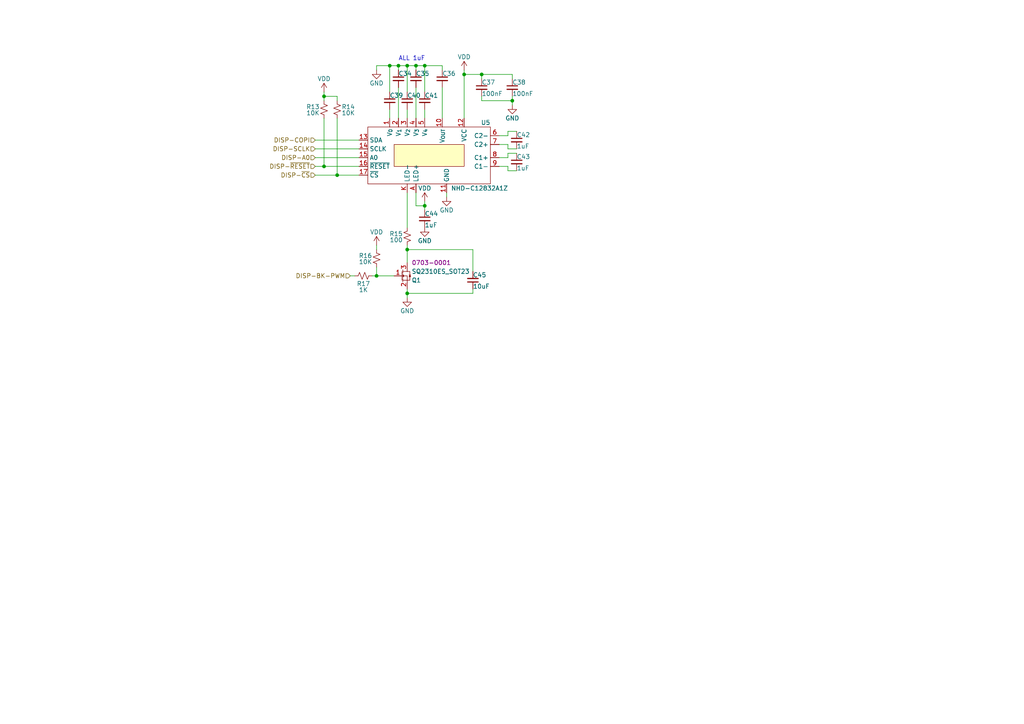
<source format=kicad_sch>
(kicad_sch (version 20230121) (generator eeschema)

  (uuid 20000b9b-92da-4263-a87a-2972e4486b2e)

  (paper "A4")

  (title_block
    (title "EasyBake Reflow Oven")
    (rev "6")
    (company "Daxxn Industries")
  )

  (lib_symbols
    (symbol "Daxxn_Displays:NHD-C12832A1Z" (in_bom yes) (on_board yes)
      (property "Reference" "U" (at 12.7 8.89 0)
        (effects (font (size 1.27 1.27)) (justify left))
      )
      (property "Value" "NHD-C12832A1Z" (at 12.7 11.43 0)
        (effects (font (size 1.27 1.27)) (justify left))
      )
      (property "Footprint" "Daxxn_Displays:NHD-C12832A1Z" (at 0 24.13 0)
        (effects (font (size 1.27 1.27)) hide)
      )
      (property "Datasheet" "C:\\Users\\Daxxn\\Documents\\Electrical\\Datasheets\\NHD-C12832A1Z.pdf" (at 0 21.59 0)
        (effects (font (size 1.27 1.27)) hide)
      )
      (property "Power" "30" (at 0 26.67 0)
        (effects (font (size 1.27 1.27)) hide)
      )
      (property "ki_keywords" "display lcd 3in" (at 0 0 0)
        (effects (font (size 1.27 1.27)) hide)
      )
      (property "ki_description" "3in LCD Dot-Matrix Display" (at 0 0 0)
        (effects (font (size 1.27 1.27)) hide)
      )
      (symbol "NHD-C12832A1Z_0_0"
        (pin power_out line (at -11.43 10.16 270) (length 2.54)
          (name "V_{0}" (effects (font (size 1.27 1.27))))
          (number "1" (effects (font (size 1.27 1.27))))
        )
        (pin power_out line (at 3.81 10.16 270) (length 2.54)
          (name "V_{OUT}" (effects (font (size 1.27 1.27))))
          (number "10" (effects (font (size 1.27 1.27))))
        )
        (pin power_in line (at 5.08 -11.43 90) (length 2.54)
          (name "GND" (effects (font (size 1.27 1.27))))
          (number "11" (effects (font (size 1.27 1.27))))
        )
        (pin power_in line (at 10.16 10.16 270) (length 2.54)
          (name "VCC" (effects (font (size 1.27 1.27))))
          (number "12" (effects (font (size 1.27 1.27))))
        )
        (pin bidirectional line (at -20.32 3.81 0) (length 2.54)
          (name "SDA" (effects (font (size 1.27 1.27))))
          (number "13" (effects (font (size 1.27 1.27))))
        )
        (pin input line (at -20.32 1.27 0) (length 2.54)
          (name "SCLK" (effects (font (size 1.27 1.27))))
          (number "14" (effects (font (size 1.27 1.27))))
        )
        (pin input line (at -20.32 -1.27 0) (length 2.54)
          (name "A0" (effects (font (size 1.27 1.27))))
          (number "15" (effects (font (size 1.27 1.27))))
        )
        (pin input line (at -20.32 -3.81 0) (length 2.54)
          (name "~{RESET}" (effects (font (size 1.27 1.27))))
          (number "16" (effects (font (size 1.27 1.27))))
        )
        (pin input line (at -20.32 -6.35 0) (length 2.54)
          (name "~{CS}" (effects (font (size 1.27 1.27))))
          (number "17" (effects (font (size 1.27 1.27))))
        )
        (pin power_out line (at -8.89 10.16 270) (length 2.54)
          (name "V_{1}" (effects (font (size 1.27 1.27))))
          (number "2" (effects (font (size 1.27 1.27))))
        )
        (pin power_out line (at -6.35 10.16 270) (length 2.54)
          (name "V_{2}" (effects (font (size 1.27 1.27))))
          (number "3" (effects (font (size 1.27 1.27))))
        )
        (pin power_out line (at -3.81 10.16 270) (length 2.54)
          (name "V_{3}" (effects (font (size 1.27 1.27))))
          (number "4" (effects (font (size 1.27 1.27))))
        )
        (pin power_out line (at -1.27 10.16 270) (length 2.54)
          (name "V_{4}" (effects (font (size 1.27 1.27))))
          (number "5" (effects (font (size 1.27 1.27))))
        )
        (pin power_in line (at 20.32 5.08 180) (length 2.54)
          (name "C2-" (effects (font (size 1.27 1.27))))
          (number "6" (effects (font (size 1.27 1.27))))
        )
        (pin power_out line (at 20.32 2.54 180) (length 2.54)
          (name "C2+" (effects (font (size 1.27 1.27))))
          (number "7" (effects (font (size 1.27 1.27))))
        )
        (pin power_in line (at 20.32 -1.27 180) (length 2.54)
          (name "C1+" (effects (font (size 1.27 1.27))))
          (number "8" (effects (font (size 1.27 1.27))))
        )
        (pin power_out line (at 20.32 -3.81 180) (length 2.54)
          (name "C1-" (effects (font (size 1.27 1.27))))
          (number "9" (effects (font (size 1.27 1.27))))
        )
        (pin passive line (at -3.81 -11.43 90) (length 2.54)
          (name "LED+" (effects (font (size 1.27 1.27))))
          (number "A" (effects (font (size 1.27 1.27))))
        )
        (pin passive line (at -6.35 -11.43 90) (length 2.54)
          (name "LED-" (effects (font (size 1.27 1.27))))
          (number "K" (effects (font (size 1.27 1.27))))
        )
      )
      (symbol "NHD-C12832A1Z_0_1"
        (rectangle (start -17.78 7.62) (end 17.78 -8.89)
          (stroke (width 0) (type default))
          (fill (type none))
        )
        (rectangle (start -10.16 2.54) (end 10.16 -3.81)
          (stroke (width 0) (type default))
          (fill (type background))
        )
      )
    )
    (symbol "Daxxn_Transistors:SQ2310ES_SOT23" (in_bom yes) (on_board yes)
      (property "Reference" "Q" (at 2.54 -1.27 0)
        (effects (font (size 1.27 1.27)) (justify left))
      )
      (property "Value" "SQ2310ES_SOT23" (at 2.54 1.27 0)
        (effects (font (size 1.27 1.27)) (justify left))
      )
      (property "Footprint" "Package_TO_SOT_SMD:SOT-23" (at 1.27 15.24 0)
        (effects (font (size 1.27 1.27)) hide)
      )
      (property "Datasheet" "%LOCAL_DATASHEETS%\\SQ2310ES.pdf" (at 1.27 12.7 0)
        (effects (font (size 1.27 1.27)) hide)
      )
      (property "PartNumber" "0703-0001" (at 2.54 3.81 0)
        (effects (font (size 1.27 1.27)) (justify left))
      )
      (property "ki_keywords" "n-ch mosfet fet" (at 0 0 0)
        (effects (font (size 1.27 1.27)) hide)
      )
      (property "ki_description" "N-Ch MOSFET" (at 0 0 0)
        (effects (font (size 1.27 1.27)) hide)
      )
      (symbol "SQ2310ES_SOT23_0_0"
        (pin input line (at -2.54 0 0) (length 2.25)
          (name "G" (effects (font (size 0 0))))
          (number "1" (effects (font (size 1.27 1.27))))
        )
        (pin bidirectional line (at 1.27 -3.81 90) (length 2.54)
          (name "S" (effects (font (size 0 0))))
          (number "2" (effects (font (size 1.27 1.27))))
        )
        (pin bidirectional line (at 1.27 3.81 270) (length 2.54)
          (name "D" (effects (font (size 0 0))))
          (number "3" (effects (font (size 1.27 1.27))))
        )
      )
      (symbol "SQ2310ES_SOT23_0_1"
        (polyline
          (pts
            (xy -0.254 -1.27)
            (xy -0.254 1.27)
          )
          (stroke (width 0) (type default))
          (fill (type none))
        )
        (polyline
          (pts
            (xy 0 -1.778)
            (xy 0 -0.762)
          )
          (stroke (width 0) (type default))
          (fill (type none))
        )
        (polyline
          (pts
            (xy 0 -0.508)
            (xy 0 0.508)
          )
          (stroke (width 0) (type default))
          (fill (type none))
        )
        (polyline
          (pts
            (xy 0 1.778)
            (xy 0 0.762)
          )
          (stroke (width 0) (type default))
          (fill (type none))
        )
        (polyline
          (pts
            (xy 1.778 0.254)
            (xy 2.286 0.254)
          )
          (stroke (width 0) (type default))
          (fill (type none))
        )
        (polyline
          (pts
            (xy 0 -1.27)
            (xy 1.27 -1.27)
            (xy 1.27 -1.27)
          )
          (stroke (width 0) (type default))
          (fill (type none))
        )
        (polyline
          (pts
            (xy 0 1.27)
            (xy 1.27 1.27)
            (xy 1.27 1.27)
          )
          (stroke (width 0) (type default))
          (fill (type none))
        )
        (polyline
          (pts
            (xy 1.27 -1.27)
            (xy 1.27 0)
            (xy 0 0)
          )
          (stroke (width 0) (type default))
          (fill (type none))
        )
        (polyline
          (pts
            (xy 0 0)
            (xy 0.254 0.254)
            (xy 0.254 -0.254)
            (xy 0 0)
          )
          (stroke (width 0) (type default))
          (fill (type none))
        )
        (polyline
          (pts
            (xy 1.27 -1.27)
            (xy 2.032 -1.27)
            (xy 2.032 1.27)
            (xy 1.27 1.27)
          )
          (stroke (width 0) (type default))
          (fill (type none))
        )
        (polyline
          (pts
            (xy 2.032 0.254)
            (xy 1.778 -0.254)
            (xy 2.286 -0.254)
            (xy 2.032 0.254)
          )
          (stroke (width 0) (type default))
          (fill (type outline))
        )
      )
    )
    (symbol "Device:C_Small" (pin_numbers hide) (pin_names (offset 0.254) hide) (in_bom yes) (on_board yes)
      (property "Reference" "C" (at 0.254 1.778 0)
        (effects (font (size 1.27 1.27)) (justify left))
      )
      (property "Value" "C_Small" (at 0.254 -2.032 0)
        (effects (font (size 1.27 1.27)) (justify left))
      )
      (property "Footprint" "" (at 0 0 0)
        (effects (font (size 1.27 1.27)) hide)
      )
      (property "Datasheet" "~" (at 0 0 0)
        (effects (font (size 1.27 1.27)) hide)
      )
      (property "ki_keywords" "capacitor cap" (at 0 0 0)
        (effects (font (size 1.27 1.27)) hide)
      )
      (property "ki_description" "Unpolarized capacitor, small symbol" (at 0 0 0)
        (effects (font (size 1.27 1.27)) hide)
      )
      (property "ki_fp_filters" "C_*" (at 0 0 0)
        (effects (font (size 1.27 1.27)) hide)
      )
      (symbol "C_Small_0_1"
        (polyline
          (pts
            (xy -1.524 -0.508)
            (xy 1.524 -0.508)
          )
          (stroke (width 0.3302) (type default))
          (fill (type none))
        )
        (polyline
          (pts
            (xy -1.524 0.508)
            (xy 1.524 0.508)
          )
          (stroke (width 0.3048) (type default))
          (fill (type none))
        )
      )
      (symbol "C_Small_1_1"
        (pin passive line (at 0 2.54 270) (length 2.032)
          (name "~" (effects (font (size 1.27 1.27))))
          (number "1" (effects (font (size 1.27 1.27))))
        )
        (pin passive line (at 0 -2.54 90) (length 2.032)
          (name "~" (effects (font (size 1.27 1.27))))
          (number "2" (effects (font (size 1.27 1.27))))
        )
      )
    )
    (symbol "Device:R_Small_US" (pin_numbers hide) (pin_names (offset 0.254) hide) (in_bom yes) (on_board yes)
      (property "Reference" "R" (at 0.762 0.508 0)
        (effects (font (size 1.27 1.27)) (justify left))
      )
      (property "Value" "R_Small_US" (at 0.762 -1.016 0)
        (effects (font (size 1.27 1.27)) (justify left))
      )
      (property "Footprint" "" (at 0 0 0)
        (effects (font (size 1.27 1.27)) hide)
      )
      (property "Datasheet" "~" (at 0 0 0)
        (effects (font (size 1.27 1.27)) hide)
      )
      (property "ki_keywords" "r resistor" (at 0 0 0)
        (effects (font (size 1.27 1.27)) hide)
      )
      (property "ki_description" "Resistor, small US symbol" (at 0 0 0)
        (effects (font (size 1.27 1.27)) hide)
      )
      (property "ki_fp_filters" "R_*" (at 0 0 0)
        (effects (font (size 1.27 1.27)) hide)
      )
      (symbol "R_Small_US_1_1"
        (polyline
          (pts
            (xy 0 0)
            (xy 1.016 -0.381)
            (xy 0 -0.762)
            (xy -1.016 -1.143)
            (xy 0 -1.524)
          )
          (stroke (width 0) (type default))
          (fill (type none))
        )
        (polyline
          (pts
            (xy 0 1.524)
            (xy 1.016 1.143)
            (xy 0 0.762)
            (xy -1.016 0.381)
            (xy 0 0)
          )
          (stroke (width 0) (type default))
          (fill (type none))
        )
        (pin passive line (at 0 2.54 270) (length 1.016)
          (name "~" (effects (font (size 1.27 1.27))))
          (number "1" (effects (font (size 1.27 1.27))))
        )
        (pin passive line (at 0 -2.54 90) (length 1.016)
          (name "~" (effects (font (size 1.27 1.27))))
          (number "2" (effects (font (size 1.27 1.27))))
        )
      )
    )
    (symbol "power:GND" (power) (pin_names (offset 0)) (in_bom yes) (on_board yes)
      (property "Reference" "#PWR" (at 0 -6.35 0)
        (effects (font (size 1.27 1.27)) hide)
      )
      (property "Value" "GND" (at 0 -3.81 0)
        (effects (font (size 1.27 1.27)))
      )
      (property "Footprint" "" (at 0 0 0)
        (effects (font (size 1.27 1.27)) hide)
      )
      (property "Datasheet" "" (at 0 0 0)
        (effects (font (size 1.27 1.27)) hide)
      )
      (property "ki_keywords" "power-flag" (at 0 0 0)
        (effects (font (size 1.27 1.27)) hide)
      )
      (property "ki_description" "Power symbol creates a global label with name \"GND\" , ground" (at 0 0 0)
        (effects (font (size 1.27 1.27)) hide)
      )
      (symbol "GND_0_1"
        (polyline
          (pts
            (xy 0 0)
            (xy 0 -1.27)
            (xy 1.27 -1.27)
            (xy 0 -2.54)
            (xy -1.27 -1.27)
            (xy 0 -1.27)
          )
          (stroke (width 0) (type default))
          (fill (type none))
        )
      )
      (symbol "GND_1_1"
        (pin power_in line (at 0 0 270) (length 0) hide
          (name "GND" (effects (font (size 1.27 1.27))))
          (number "1" (effects (font (size 1.27 1.27))))
        )
      )
    )
    (symbol "power:VDD" (power) (pin_names (offset 0)) (in_bom yes) (on_board yes)
      (property "Reference" "#PWR" (at 0 -3.81 0)
        (effects (font (size 1.27 1.27)) hide)
      )
      (property "Value" "VDD" (at 0 3.81 0)
        (effects (font (size 1.27 1.27)))
      )
      (property "Footprint" "" (at 0 0 0)
        (effects (font (size 1.27 1.27)) hide)
      )
      (property "Datasheet" "" (at 0 0 0)
        (effects (font (size 1.27 1.27)) hide)
      )
      (property "ki_keywords" "power-flag" (at 0 0 0)
        (effects (font (size 1.27 1.27)) hide)
      )
      (property "ki_description" "Power symbol creates a global label with name \"VDD\"" (at 0 0 0)
        (effects (font (size 1.27 1.27)) hide)
      )
      (symbol "VDD_0_1"
        (polyline
          (pts
            (xy -0.762 1.27)
            (xy 0 2.54)
          )
          (stroke (width 0) (type default))
          (fill (type none))
        )
        (polyline
          (pts
            (xy 0 0)
            (xy 0 2.54)
          )
          (stroke (width 0) (type default))
          (fill (type none))
        )
        (polyline
          (pts
            (xy 0 2.54)
            (xy 0.762 1.27)
          )
          (stroke (width 0) (type default))
          (fill (type none))
        )
      )
      (symbol "VDD_1_1"
        (pin power_in line (at 0 0 90) (length 0) hide
          (name "VDD" (effects (font (size 1.27 1.27))))
          (number "1" (effects (font (size 1.27 1.27))))
        )
      )
    )
  )

  (junction (at 123.19 19.05) (diameter 0) (color 0 0 0 0)
    (uuid 0440611f-6167-4852-bc53-75e129662c84)
  )
  (junction (at 120.65 19.05) (diameter 0) (color 0 0 0 0)
    (uuid 0b949131-c3f8-4b99-8542-75977aeef5b0)
  )
  (junction (at 93.98 27.94) (diameter 0) (color 0 0 0 0)
    (uuid 1ca94ea7-22ff-4d81-933c-aaaba941639a)
  )
  (junction (at 113.03 19.05) (diameter 0) (color 0 0 0 0)
    (uuid 275565e9-f62b-4c8f-a486-1de8708e421c)
  )
  (junction (at 115.57 19.05) (diameter 0) (color 0 0 0 0)
    (uuid 594ebf8e-d134-4c39-8fa9-752839ad7a01)
  )
  (junction (at 93.98 48.26) (diameter 0) (color 0 0 0 0)
    (uuid 74d3d65a-5184-49ff-af58-4a7504997496)
  )
  (junction (at 118.11 72.39) (diameter 0) (color 0 0 0 0)
    (uuid 8cc0d858-7f3f-4fe9-a80c-cb655e91c6f7)
  )
  (junction (at 118.11 85.09) (diameter 0) (color 0 0 0 0)
    (uuid 9376b21f-d522-4196-95ee-36be86869da4)
  )
  (junction (at 97.79 50.8) (diameter 0) (color 0 0 0 0)
    (uuid a9a47081-8079-4d0f-97c7-13ae119e5896)
  )
  (junction (at 118.11 19.05) (diameter 0) (color 0 0 0 0)
    (uuid b95080d1-c87e-4924-8839-27afa9eda303)
  )
  (junction (at 109.22 80.01) (diameter 0) (color 0 0 0 0)
    (uuid bac3e9b8-ca7d-4ca5-b24e-018fea19326f)
  )
  (junction (at 148.59 29.21) (diameter 0) (color 0 0 0 0)
    (uuid bd5511f6-0478-43f8-b65e-a551a1c53a9c)
  )
  (junction (at 123.19 59.69) (diameter 0) (color 0 0 0 0)
    (uuid e4ad8f4e-236a-4848-99ec-b12960791749)
  )
  (junction (at 134.62 21.59) (diameter 0) (color 0 0 0 0)
    (uuid ec2c410f-f689-4b03-bfca-024258e69d5c)
  )
  (junction (at 139.7 21.59) (diameter 0) (color 0 0 0 0)
    (uuid ed27f446-fd87-4eaa-b14f-f9d9e69ab54f)
  )

  (wire (pts (xy 137.16 83.82) (xy 137.16 85.09))
    (stroke (width 0) (type default))
    (uuid 0267cc0b-4495-468c-a6d9-5cc2176351d2)
  )
  (wire (pts (xy 91.44 45.72) (xy 104.14 45.72))
    (stroke (width 0) (type default))
    (uuid 04edfe32-a10f-48ee-b895-2ae89a755e31)
  )
  (wire (pts (xy 109.22 80.01) (xy 114.3 80.01))
    (stroke (width 0) (type default))
    (uuid 050cee12-8c84-472b-b682-faa739970a09)
  )
  (wire (pts (xy 118.11 19.05) (xy 120.65 19.05))
    (stroke (width 0) (type default))
    (uuid 08e124b5-7347-4dcf-82da-e03df6b479ab)
  )
  (wire (pts (xy 109.22 19.05) (xy 109.22 20.32))
    (stroke (width 0) (type default))
    (uuid 1133529b-9f4d-4721-8948-4fb1e5515df5)
  )
  (wire (pts (xy 123.19 19.05) (xy 128.27 19.05))
    (stroke (width 0) (type default))
    (uuid 12b8917b-4e87-4844-8d09-0aab8ede4046)
  )
  (wire (pts (xy 148.59 29.21) (xy 148.59 30.48))
    (stroke (width 0) (type default))
    (uuid 144ea06f-9255-4dde-acd9-9030c88b5fab)
  )
  (wire (pts (xy 97.79 29.21) (xy 97.79 27.94))
    (stroke (width 0) (type default))
    (uuid 147f0a84-b7e2-4fe2-b81f-a45b6393149a)
  )
  (wire (pts (xy 147.32 38.1) (xy 149.86 38.1))
    (stroke (width 0) (type default))
    (uuid 1bcec0c7-b6dc-446c-8ee3-b3cd110b4ab9)
  )
  (wire (pts (xy 147.32 48.26) (xy 147.32 49.53))
    (stroke (width 0) (type default))
    (uuid 1c64ec78-00cd-42e2-a074-3d8db80a17ec)
  )
  (wire (pts (xy 147.32 41.91) (xy 147.32 43.18))
    (stroke (width 0) (type default))
    (uuid 1dc7f6b2-7045-488a-bdd8-899bd006c2af)
  )
  (wire (pts (xy 115.57 19.05) (xy 118.11 19.05))
    (stroke (width 0) (type default))
    (uuid 1e014ac3-78a8-47a1-96de-754b0065ecc4)
  )
  (wire (pts (xy 120.65 19.05) (xy 123.19 19.05))
    (stroke (width 0) (type default))
    (uuid 2240ce69-f027-4c85-93ea-ed7b156f6993)
  )
  (wire (pts (xy 97.79 27.94) (xy 93.98 27.94))
    (stroke (width 0) (type default))
    (uuid 2c3a3381-6b6c-45dc-a184-06771551cb5e)
  )
  (wire (pts (xy 97.79 34.29) (xy 97.79 50.8))
    (stroke (width 0) (type default))
    (uuid 2e5a9bf8-5849-4d1d-978a-68cd34d128a3)
  )
  (wire (pts (xy 113.03 31.75) (xy 113.03 34.29))
    (stroke (width 0) (type default))
    (uuid 310b8347-1af2-4380-a3bc-2da20aec54e7)
  )
  (wire (pts (xy 134.62 20.32) (xy 134.62 21.59))
    (stroke (width 0) (type default))
    (uuid 31e5c797-5da8-46dd-9052-890d64f55b53)
  )
  (wire (pts (xy 120.65 55.88) (xy 120.65 59.69))
    (stroke (width 0) (type default))
    (uuid 325e2472-3987-4c4c-998b-1df3ee1ac64a)
  )
  (wire (pts (xy 144.78 48.26) (xy 147.32 48.26))
    (stroke (width 0) (type default))
    (uuid 33c8b264-368b-44be-8c24-980b8db25a05)
  )
  (wire (pts (xy 120.65 19.05) (xy 120.65 20.32))
    (stroke (width 0) (type default))
    (uuid 36f0b531-0040-4556-abda-22354e88f731)
  )
  (wire (pts (xy 118.11 19.05) (xy 118.11 26.67))
    (stroke (width 0) (type default))
    (uuid 371c1252-7ee2-4d8c-a365-d62f6d8ab2b0)
  )
  (wire (pts (xy 118.11 85.09) (xy 118.11 86.36))
    (stroke (width 0) (type default))
    (uuid 3cc6e725-d578-4b11-9e66-8553ab4c2bde)
  )
  (wire (pts (xy 123.19 31.75) (xy 123.19 34.29))
    (stroke (width 0) (type default))
    (uuid 3d688c35-e257-4ba5-9928-b705a4a47a02)
  )
  (wire (pts (xy 148.59 29.21) (xy 148.59 27.94))
    (stroke (width 0) (type default))
    (uuid 3ed58ef3-64da-4d1e-988d-beac654cd7c1)
  )
  (wire (pts (xy 134.62 21.59) (xy 134.62 34.29))
    (stroke (width 0) (type default))
    (uuid 4206ee3c-0a26-4a5b-8613-d8d6cdb13833)
  )
  (wire (pts (xy 147.32 45.72) (xy 147.32 44.45))
    (stroke (width 0) (type default))
    (uuid 47aac5c5-9dc8-4c44-bc1f-275242ebd73d)
  )
  (wire (pts (xy 139.7 21.59) (xy 134.62 21.59))
    (stroke (width 0) (type default))
    (uuid 49e4acad-2ebb-4831-b356-e9c81d6067b5)
  )
  (wire (pts (xy 118.11 85.09) (xy 137.16 85.09))
    (stroke (width 0) (type default))
    (uuid 5705fd7f-e0d0-4535-a6ed-620e30f8044a)
  )
  (wire (pts (xy 144.78 39.37) (xy 147.32 39.37))
    (stroke (width 0) (type default))
    (uuid 5df16752-804e-4bb0-868f-2953f6695392)
  )
  (wire (pts (xy 113.03 19.05) (xy 115.57 19.05))
    (stroke (width 0) (type default))
    (uuid 5ff0a083-39ec-4147-b3c1-b396a5d0261c)
  )
  (wire (pts (xy 120.65 59.69) (xy 123.19 59.69))
    (stroke (width 0) (type default))
    (uuid 60cf4ad9-cb1f-47e9-81c8-f8adb5bf1eaa)
  )
  (wire (pts (xy 115.57 19.05) (xy 115.57 20.32))
    (stroke (width 0) (type default))
    (uuid 6340ec81-2d9b-499b-a88d-d9dee0477e2b)
  )
  (wire (pts (xy 128.27 19.05) (xy 128.27 20.32))
    (stroke (width 0) (type default))
    (uuid 6493ffc9-71c8-4b32-8e79-9c2bad9a356f)
  )
  (wire (pts (xy 97.79 50.8) (xy 104.14 50.8))
    (stroke (width 0) (type default))
    (uuid 68ad1b68-c59c-4203-b33e-c8b11d0b6770)
  )
  (wire (pts (xy 93.98 27.94) (xy 93.98 29.21))
    (stroke (width 0) (type default))
    (uuid 6ff44534-0fed-4d9c-a6b5-09f98264c5fd)
  )
  (wire (pts (xy 147.32 44.45) (xy 149.86 44.45))
    (stroke (width 0) (type default))
    (uuid 713f2199-6f89-42e6-b4ef-676ccd6bc52e)
  )
  (wire (pts (xy 118.11 31.75) (xy 118.11 34.29))
    (stroke (width 0) (type default))
    (uuid 7f472482-17c5-4335-aea6-e0e41a1a4144)
  )
  (wire (pts (xy 107.95 80.01) (xy 109.22 80.01))
    (stroke (width 0) (type default))
    (uuid 7f8b3b30-2027-44bc-991f-10b499e103d0)
  )
  (wire (pts (xy 144.78 41.91) (xy 147.32 41.91))
    (stroke (width 0) (type default))
    (uuid 810033ab-bfd2-498f-81ae-3f2210b07359)
  )
  (wire (pts (xy 118.11 72.39) (xy 137.16 72.39))
    (stroke (width 0) (type default))
    (uuid 8c149b96-2655-48d4-aad7-2d689b586df4)
  )
  (wire (pts (xy 139.7 29.21) (xy 148.59 29.21))
    (stroke (width 0) (type default))
    (uuid 8d70c43e-2779-46cb-9e49-006dcba1e389)
  )
  (wire (pts (xy 93.98 26.67) (xy 93.98 27.94))
    (stroke (width 0) (type default))
    (uuid 8e108e53-0f5f-49cb-8aea-4cfc8f880a35)
  )
  (wire (pts (xy 113.03 26.67) (xy 113.03 19.05))
    (stroke (width 0) (type default))
    (uuid 8ff31622-a35b-46cb-af65-87a9648cda97)
  )
  (wire (pts (xy 118.11 55.88) (xy 118.11 66.04))
    (stroke (width 0) (type default))
    (uuid 9315eba2-4da1-4e44-9e9c-f40b4ed9ef37)
  )
  (wire (pts (xy 101.6 80.01) (xy 102.87 80.01))
    (stroke (width 0) (type default))
    (uuid 94f76de5-b6ae-43d2-ad4b-9abe06c619aa)
  )
  (wire (pts (xy 148.59 22.86) (xy 148.59 21.59))
    (stroke (width 0) (type default))
    (uuid 994d4ce5-0fa1-4e99-b849-fbddcc684eb7)
  )
  (wire (pts (xy 128.27 25.4) (xy 128.27 34.29))
    (stroke (width 0) (type default))
    (uuid 9ad0d6e1-2d1b-4629-ab33-2e6c961b6fc8)
  )
  (wire (pts (xy 120.65 25.4) (xy 120.65 34.29))
    (stroke (width 0) (type default))
    (uuid 9af709a1-7987-481e-adbf-57fc182c9dce)
  )
  (wire (pts (xy 118.11 72.39) (xy 118.11 76.2))
    (stroke (width 0) (type default))
    (uuid a195953d-cd7f-4d98-a0f9-33d7c9b5ff23)
  )
  (wire (pts (xy 91.44 43.18) (xy 104.14 43.18))
    (stroke (width 0) (type default))
    (uuid ab461eeb-b175-4c1d-aa92-a4859c4643d1)
  )
  (wire (pts (xy 93.98 34.29) (xy 93.98 48.26))
    (stroke (width 0) (type default))
    (uuid aed9ab23-3e69-4ee9-973b-8d07acbb495a)
  )
  (wire (pts (xy 139.7 21.59) (xy 139.7 22.86))
    (stroke (width 0) (type default))
    (uuid b2ea5527-7f33-4804-95d9-87b69c4a5c4c)
  )
  (wire (pts (xy 97.79 50.8) (xy 91.44 50.8))
    (stroke (width 0) (type default))
    (uuid b4a16a7f-e671-4143-aa05-1eeb48e0ed55)
  )
  (wire (pts (xy 123.19 59.69) (xy 123.19 60.96))
    (stroke (width 0) (type default))
    (uuid b8ff5918-a00e-4f47-a318-8422cc6d78e9)
  )
  (wire (pts (xy 129.54 55.88) (xy 129.54 57.15))
    (stroke (width 0) (type default))
    (uuid ba276d0f-d260-4be0-8ce9-e1816989c3c2)
  )
  (wire (pts (xy 93.98 48.26) (xy 104.14 48.26))
    (stroke (width 0) (type default))
    (uuid bf5b2cf6-5e9b-4a93-94db-0b10d74ddc7a)
  )
  (wire (pts (xy 93.98 48.26) (xy 91.44 48.26))
    (stroke (width 0) (type default))
    (uuid c0491c46-8318-4f53-a1af-64967c0e2c78)
  )
  (wire (pts (xy 118.11 72.39) (xy 118.11 71.12))
    (stroke (width 0) (type default))
    (uuid c8328e49-2315-4695-a26f-bb5e7223dcf5)
  )
  (wire (pts (xy 123.19 58.42) (xy 123.19 59.69))
    (stroke (width 0) (type default))
    (uuid cb6dbc4c-6917-4119-84e3-c4fdf561464d)
  )
  (wire (pts (xy 91.44 40.64) (xy 104.14 40.64))
    (stroke (width 0) (type default))
    (uuid cd1a1fbb-cc64-4526-96fe-bb4027448d62)
  )
  (wire (pts (xy 115.57 25.4) (xy 115.57 34.29))
    (stroke (width 0) (type default))
    (uuid d0749e56-8a88-4269-ab32-41939c8959a0)
  )
  (wire (pts (xy 109.22 19.05) (xy 113.03 19.05))
    (stroke (width 0) (type default))
    (uuid d0ecb7a6-d83b-4383-baf9-dd51859ef23c)
  )
  (wire (pts (xy 109.22 77.47) (xy 109.22 80.01))
    (stroke (width 0) (type default))
    (uuid d78ef561-a016-4fd1-a511-cf91298ae413)
  )
  (wire (pts (xy 147.32 43.18) (xy 149.86 43.18))
    (stroke (width 0) (type default))
    (uuid d8d9c817-5098-476a-afdf-64ce989de3e8)
  )
  (wire (pts (xy 123.19 19.05) (xy 123.19 26.67))
    (stroke (width 0) (type default))
    (uuid da56f4dd-cd7a-44f6-9354-eec0e94521d9)
  )
  (wire (pts (xy 147.32 49.53) (xy 149.86 49.53))
    (stroke (width 0) (type default))
    (uuid de24b230-9f6b-4a84-bc01-6aa7fa3f13a9)
  )
  (wire (pts (xy 137.16 78.74) (xy 137.16 72.39))
    (stroke (width 0) (type default))
    (uuid e37a338d-9837-432e-9bba-7dba460a34ab)
  )
  (wire (pts (xy 144.78 45.72) (xy 147.32 45.72))
    (stroke (width 0) (type default))
    (uuid e7a962a2-77a3-4865-933e-44168cc43c46)
  )
  (wire (pts (xy 139.7 27.94) (xy 139.7 29.21))
    (stroke (width 0) (type default))
    (uuid e97d4558-afbf-4e38-89bc-869c4c94dc44)
  )
  (wire (pts (xy 147.32 39.37) (xy 147.32 38.1))
    (stroke (width 0) (type default))
    (uuid eea6c398-6aa1-407a-816e-7117d3aee7b3)
  )
  (wire (pts (xy 109.22 71.12) (xy 109.22 72.39))
    (stroke (width 0) (type default))
    (uuid febde9bc-f281-4c90-97ec-7b4344140510)
  )
  (wire (pts (xy 148.59 21.59) (xy 139.7 21.59))
    (stroke (width 0) (type default))
    (uuid fed24ada-f3cc-46da-ad5f-376122b1542a)
  )
  (wire (pts (xy 118.11 83.82) (xy 118.11 85.09))
    (stroke (width 0) (type default))
    (uuid ff04c746-862b-4650-b6ef-702dc81439e5)
  )

  (text "ALL 1uF" (at 115.57 17.78 0)
    (effects (font (size 1.27 1.27)) (justify left bottom))
    (uuid 70063590-44e1-42f4-bc5f-b25133ba1215)
  )

  (hierarchical_label "DISP-~{CS}" (shape input) (at 91.44 50.8 180) (fields_autoplaced)
    (effects (font (size 1.27 1.27)) (justify right))
    (uuid 1b60ccf6-a004-45c3-bf2a-6f898541ca4f)
  )
  (hierarchical_label "DISP-A0" (shape input) (at 91.44 45.72 180) (fields_autoplaced)
    (effects (font (size 1.27 1.27)) (justify right))
    (uuid 21387ddb-b792-4b6f-8543-66894c1f52c0)
  )
  (hierarchical_label "DISP-SCLK" (shape input) (at 91.44 43.18 180) (fields_autoplaced)
    (effects (font (size 1.27 1.27)) (justify right))
    (uuid 2fa9ebee-05c0-4e38-80ea-2a88bde86b93)
  )
  (hierarchical_label "DISP-~{RESET}" (shape input) (at 91.44 48.26 180) (fields_autoplaced)
    (effects (font (size 1.27 1.27)) (justify right))
    (uuid 5705adb5-6e59-458e-ac1f-3c0881f3a534)
  )
  (hierarchical_label "DISP-COPI" (shape input) (at 91.44 40.64 180) (fields_autoplaced)
    (effects (font (size 1.27 1.27)) (justify right))
    (uuid 5db5851f-21f2-412d-a711-37951730f661)
  )
  (hierarchical_label "DISP-BK-PWM" (shape input) (at 101.6 80.01 180) (fields_autoplaced)
    (effects (font (size 1.27 1.27)) (justify right))
    (uuid 67403c40-4b48-4e0e-bd0e-13732142f3a9)
  )

  (symbol (lib_id "power:VDD") (at 134.62 20.32 0) (unit 1)
    (in_bom yes) (on_board yes) (dnp no)
    (uuid 037acfac-3ca2-497b-9235-08883cc557e4)
    (property "Reference" "#PWR028" (at 134.62 24.13 0)
      (effects (font (size 1.27 1.27)) hide)
    )
    (property "Value" "VDD" (at 134.62 16.51 0)
      (effects (font (size 1.27 1.27)))
    )
    (property "Footprint" "" (at 134.62 20.32 0)
      (effects (font (size 1.27 1.27)) hide)
    )
    (property "Datasheet" "" (at 134.62 20.32 0)
      (effects (font (size 1.27 1.27)) hide)
    )
    (pin "1" (uuid fd005ade-bd6d-49ce-83a1-3e1e427e79be))
    (instances
      (project "EasyBakeREV1"
        (path "/e63e39d7-6ac0-4ffd-8aa3-1841a4541b55/957f0ce7-3cf8-44ce-824d-3004e34752b8"
          (reference "#PWR028") (unit 1)
        )
      )
    )
  )

  (symbol (lib_id "Device:C_Small") (at 123.19 63.5 0) (unit 1)
    (in_bom yes) (on_board yes) (dnp no)
    (uuid 065d0625-09dd-405e-899c-85dfb4afb430)
    (property "Reference" "C44" (at 123.19 61.976 0)
      (effects (font (size 1.27 1.27)) (justify left))
    )
    (property "Value" "1uF" (at 123.19 65.278 0)
      (effects (font (size 1.27 1.27)) (justify left))
    )
    (property "Footprint" "Capacitor_SMD:C_0805_2012Metric" (at 123.19 63.5 0)
      (effects (font (size 1.27 1.27)) hide)
    )
    (property "Datasheet" "~" (at 123.19 63.5 0)
      (effects (font (size 1.27 1.27)) hide)
    )
    (property "Schematic" "" (at 123.19 63.5 0)
      (effects (font (size 1.27 1.27)) hide)
    )
    (property "PartNumber" "" (at 123.19 63.5 0)
      (effects (font (size 1.27 1.27)))
    )
    (property "SupplierPN" "" (at 123.19 63.5 0)
      (effects (font (size 1.27 1.27)) hide)
    )
    (pin "1" (uuid cc4c9ab9-62b2-4f93-8b03-2bd2ecfb96aa))
    (pin "2" (uuid 1893d1bb-83b6-482c-801d-2b575e62f656))
    (instances
      (project "EasyBakeREV1"
        (path "/e63e39d7-6ac0-4ffd-8aa3-1841a4541b55/957f0ce7-3cf8-44ce-824d-3004e34752b8"
          (reference "C44") (unit 1)
        )
      )
    )
  )

  (symbol (lib_id "Device:C_Small") (at 118.11 29.21 0) (unit 1)
    (in_bom yes) (on_board yes) (dnp no)
    (uuid 100a0c66-f331-4142-8112-47e259e544fd)
    (property "Reference" "C40" (at 118.11 27.686 0)
      (effects (font (size 1.27 1.27)) (justify left))
    )
    (property "Value" "1uF" (at 119.38 30.48 0)
      (effects (font (size 1.27 1.27)) (justify left) hide)
    )
    (property "Footprint" "Capacitor_SMD:C_0805_2012Metric" (at 118.11 29.21 0)
      (effects (font (size 1.27 1.27)) hide)
    )
    (property "Datasheet" "~" (at 118.11 29.21 0)
      (effects (font (size 1.27 1.27)) hide)
    )
    (property "Schematic" "" (at 118.11 29.21 0)
      (effects (font (size 1.27 1.27)) hide)
    )
    (property "PartNumber" "" (at 118.11 29.21 0)
      (effects (font (size 1.27 1.27)))
    )
    (property "SupplierPN" "" (at 118.11 29.21 0)
      (effects (font (size 1.27 1.27)) hide)
    )
    (pin "1" (uuid 46aac4e9-196a-4b03-8c74-d05cdaea3850))
    (pin "2" (uuid 52389246-1d70-4a55-abd7-3a2ecc0729b7))
    (instances
      (project "EasyBakeREV1"
        (path "/e63e39d7-6ac0-4ffd-8aa3-1841a4541b55/957f0ce7-3cf8-44ce-824d-3004e34752b8"
          (reference "C40") (unit 1)
        )
      )
    )
  )

  (symbol (lib_id "power:GND") (at 123.19 66.04 0) (unit 1)
    (in_bom yes) (on_board yes) (dnp no)
    (uuid 10f9a925-5591-4187-9d92-431732e2d270)
    (property "Reference" "#PWR033" (at 123.19 72.39 0)
      (effects (font (size 1.27 1.27)) hide)
    )
    (property "Value" "GND" (at 123.19 69.85 0)
      (effects (font (size 1.27 1.27)))
    )
    (property "Footprint" "" (at 123.19 66.04 0)
      (effects (font (size 1.27 1.27)) hide)
    )
    (property "Datasheet" "" (at 123.19 66.04 0)
      (effects (font (size 1.27 1.27)) hide)
    )
    (pin "1" (uuid 1bf6ce8b-caa4-44cb-bb83-53a43007e12b))
    (instances
      (project "EasyBakeREV1"
        (path "/e63e39d7-6ac0-4ffd-8aa3-1841a4541b55/957f0ce7-3cf8-44ce-824d-3004e34752b8"
          (reference "#PWR033") (unit 1)
        )
      )
    )
  )

  (symbol (lib_id "Device:C_Small") (at 149.86 40.64 0) (unit 1)
    (in_bom yes) (on_board yes) (dnp no)
    (uuid 24b7dc07-dfc0-4c18-bb22-2bfbe3f2c2fd)
    (property "Reference" "C42" (at 149.86 39.116 0)
      (effects (font (size 1.27 1.27)) (justify left))
    )
    (property "Value" "1uF" (at 149.86 42.418 0)
      (effects (font (size 1.27 1.27)) (justify left))
    )
    (property "Footprint" "Capacitor_SMD:C_0805_2012Metric" (at 149.86 40.64 0)
      (effects (font (size 1.27 1.27)) hide)
    )
    (property "Datasheet" "~" (at 149.86 40.64 0)
      (effects (font (size 1.27 1.27)) hide)
    )
    (property "Schematic" "" (at 149.86 40.64 0)
      (effects (font (size 1.27 1.27)) hide)
    )
    (property "PartNumber" "" (at 149.86 40.64 0)
      (effects (font (size 1.27 1.27)))
    )
    (property "SupplierPN" "" (at 149.86 40.64 0)
      (effects (font (size 1.27 1.27)) hide)
    )
    (pin "1" (uuid ee420587-1fd2-4d63-b0d2-534b0d522b48))
    (pin "2" (uuid 26f517db-11e9-41c4-925b-5b9b28634b9d))
    (instances
      (project "EasyBakeREV1"
        (path "/e63e39d7-6ac0-4ffd-8aa3-1841a4541b55/957f0ce7-3cf8-44ce-824d-3004e34752b8"
          (reference "C42") (unit 1)
        )
      )
    )
  )

  (symbol (lib_id "Daxxn_Displays:NHD-C12832A1Z") (at 124.46 44.45 0) (unit 1)
    (in_bom yes) (on_board yes) (dnp no)
    (uuid 48d97a39-426a-4e2f-9a23-cb91ddc1f70d)
    (property "Reference" "U5" (at 142.24 35.56 0)
      (effects (font (size 1.27 1.27)) (justify right))
    )
    (property "Value" "NHD-C12832A1Z" (at 130.81 54.61 0)
      (effects (font (size 1.27 1.27)) (justify left))
    )
    (property "Footprint" "Daxxn_Displays:NHD-C12832A1Z" (at 124.46 20.32 0)
      (effects (font (size 1.27 1.27)) hide)
    )
    (property "Datasheet" "%LOCAL_DATASHEETS%\\NHD-C12832A1Z.pdf" (at 124.46 22.86 0)
      (effects (font (size 1.27 1.27)) hide)
    )
    (property "Power" "30" (at 124.46 17.78 0)
      (effects (font (size 1.27 1.27)) hide)
    )
    (pin "1" (uuid 6d6b423d-d6c5-45d4-ae3e-d0e34bc4538c))
    (pin "10" (uuid 723eca1f-1cbb-493e-a37e-034b8a5fd833))
    (pin "11" (uuid c0ab065c-f155-46ef-a0d6-46bf9edc3d33))
    (pin "12" (uuid cfdf69fc-da55-4f08-852f-ab287ab549a4))
    (pin "13" (uuid a0d1594f-42b6-49c9-ada9-73248e237fd2))
    (pin "14" (uuid 7b0e93b7-e28a-4bb1-8ff5-40ff4acdf201))
    (pin "15" (uuid 1f963c00-4561-437b-8d2b-621e56a3c172))
    (pin "16" (uuid 0f7b6fea-98aa-4629-9af4-8280bb21da2a))
    (pin "17" (uuid 36a23c4f-8cab-47cc-a3c1-c5335f4748b0))
    (pin "2" (uuid 4dbb3a33-21ef-4c0b-b293-f4067edd9e45))
    (pin "3" (uuid f7d4f77c-9b80-4220-8fb9-dfc4207be54d))
    (pin "4" (uuid c685eabc-1373-454e-86a9-8ef4f91732d9))
    (pin "5" (uuid 11164437-deaa-49a7-871c-21ccb1ce4247))
    (pin "6" (uuid 2a3641eb-c695-48cd-af2c-baa9d3abbfc3))
    (pin "7" (uuid 428115e4-4ab7-4d5c-9190-bd8017338ae2))
    (pin "8" (uuid 8eacecaf-3185-4fc2-9a66-0a94f3f7dd87))
    (pin "9" (uuid 8f0d4196-0a4a-4bee-9237-2efc4f9da723))
    (pin "A" (uuid b9abafa4-f030-413d-af55-19a0f2a689b6))
    (pin "K" (uuid 4f357884-6647-4a4d-a81a-2064270910a2))
    (instances
      (project "EasyBakeREV1"
        (path "/e63e39d7-6ac0-4ffd-8aa3-1841a4541b55/957f0ce7-3cf8-44ce-824d-3004e34752b8"
          (reference "U5") (unit 1)
        )
      )
    )
  )

  (symbol (lib_id "power:VDD") (at 93.98 26.67 0) (unit 1)
    (in_bom yes) (on_board yes) (dnp no)
    (uuid 4fe57e4e-d32d-4f7d-843e-8191d25dc160)
    (property "Reference" "#PWR029" (at 93.98 30.48 0)
      (effects (font (size 1.27 1.27)) hide)
    )
    (property "Value" "VDD" (at 93.98 22.86 0)
      (effects (font (size 1.27 1.27)))
    )
    (property "Footprint" "" (at 93.98 26.67 0)
      (effects (font (size 1.27 1.27)) hide)
    )
    (property "Datasheet" "" (at 93.98 26.67 0)
      (effects (font (size 1.27 1.27)) hide)
    )
    (pin "1" (uuid 8745b0b7-7955-4d14-a9a1-e6ef112afac9))
    (instances
      (project "EasyBakeREV1"
        (path "/e63e39d7-6ac0-4ffd-8aa3-1841a4541b55/957f0ce7-3cf8-44ce-824d-3004e34752b8"
          (reference "#PWR029") (unit 1)
        )
      )
    )
  )

  (symbol (lib_id "Device:C_Small") (at 137.16 81.28 180) (unit 1)
    (in_bom yes) (on_board yes) (dnp no)
    (uuid 5529aa85-d9c2-444a-ab78-f7cc7d6db62c)
    (property "Reference" "C45" (at 137.16 79.756 0)
      (effects (font (size 1.27 1.27)) (justify right))
    )
    (property "Value" "10uF" (at 137.16 83.058 0)
      (effects (font (size 1.27 1.27)) (justify right))
    )
    (property "Footprint" "Capacitor_SMD:C_1210_3225Metric" (at 137.16 81.28 0)
      (effects (font (size 1.27 1.27)) hide)
    )
    (property "Datasheet" "~" (at 137.16 81.28 0)
      (effects (font (size 1.27 1.27)) hide)
    )
    (property "Schematic" "" (at 137.16 81.28 0)
      (effects (font (size 1.27 1.27)) hide)
    )
    (property "PartNumber" "" (at 137.16 81.28 0)
      (effects (font (size 1.27 1.27)))
    )
    (property "SupplierPN" "" (at 137.16 81.28 0)
      (effects (font (size 1.27 1.27)) hide)
    )
    (pin "1" (uuid 17f42d5c-48b4-4a30-87b0-308e5cdbe7df))
    (pin "2" (uuid c82b97b7-76bc-4375-a539-381bf6165fea))
    (instances
      (project "EasyBakeREV1"
        (path "/e63e39d7-6ac0-4ffd-8aa3-1841a4541b55/957f0ce7-3cf8-44ce-824d-3004e34752b8"
          (reference "C45") (unit 1)
        )
      )
    )
  )

  (symbol (lib_id "Device:C_Small") (at 115.57 22.86 0) (unit 1)
    (in_bom yes) (on_board yes) (dnp no)
    (uuid 62378f59-7a85-4700-89eb-46296c502631)
    (property "Reference" "C34" (at 115.57 21.336 0)
      (effects (font (size 1.27 1.27)) (justify left))
    )
    (property "Value" "1uF" (at 116.84 24.13 0)
      (effects (font (size 1.27 1.27)) (justify left) hide)
    )
    (property "Footprint" "Capacitor_SMD:C_0805_2012Metric" (at 115.57 22.86 0)
      (effects (font (size 1.27 1.27)) hide)
    )
    (property "Datasheet" "~" (at 115.57 22.86 0)
      (effects (font (size 1.27 1.27)) hide)
    )
    (property "Schematic" "" (at 115.57 22.86 0)
      (effects (font (size 1.27 1.27)) hide)
    )
    (property "PartNumber" "" (at 115.57 22.86 0)
      (effects (font (size 1.27 1.27)))
    )
    (property "SupplierPN" "" (at 115.57 22.86 0)
      (effects (font (size 1.27 1.27)) hide)
    )
    (pin "1" (uuid c0f3d935-79c7-4f46-9aed-a7a7610352a1))
    (pin "2" (uuid 198f28b2-605b-4531-b336-9850c3aaf9d5))
    (instances
      (project "EasyBakeREV1"
        (path "/e63e39d7-6ac0-4ffd-8aa3-1841a4541b55/957f0ce7-3cf8-44ce-824d-3004e34752b8"
          (reference "C34") (unit 1)
        )
      )
    )
  )

  (symbol (lib_id "Device:C_Small") (at 113.03 29.21 0) (unit 1)
    (in_bom yes) (on_board yes) (dnp no)
    (uuid 7283a909-478e-4515-83b2-daea12cd74eb)
    (property "Reference" "C39" (at 113.03 27.686 0)
      (effects (font (size 1.27 1.27)) (justify left))
    )
    (property "Value" "1uF" (at 114.3 30.48 0)
      (effects (font (size 1.27 1.27)) (justify left) hide)
    )
    (property "Footprint" "Capacitor_SMD:C_0805_2012Metric" (at 113.03 29.21 0)
      (effects (font (size 1.27 1.27)) hide)
    )
    (property "Datasheet" "~" (at 113.03 29.21 0)
      (effects (font (size 1.27 1.27)) hide)
    )
    (property "Schematic" "" (at 113.03 29.21 0)
      (effects (font (size 1.27 1.27)) hide)
    )
    (property "PartNumber" "" (at 113.03 29.21 0)
      (effects (font (size 1.27 1.27)))
    )
    (property "SupplierPN" "" (at 113.03 29.21 0)
      (effects (font (size 1.27 1.27)) hide)
    )
    (pin "1" (uuid e0b9e1d7-675c-4a1b-9639-740925ee80dc))
    (pin "2" (uuid 84dbf132-478b-4723-9ab2-06eb4349e761))
    (instances
      (project "EasyBakeREV1"
        (path "/e63e39d7-6ac0-4ffd-8aa3-1841a4541b55/957f0ce7-3cf8-44ce-824d-3004e34752b8"
          (reference "C39") (unit 1)
        )
      )
    )
  )

  (symbol (lib_id "Device:R_Small_US") (at 93.98 31.75 0) (unit 1)
    (in_bom yes) (on_board yes) (dnp no)
    (uuid 73fe8a60-b297-407b-80c7-95808a24d665)
    (property "Reference" "R13" (at 92.71 30.988 0)
      (effects (font (size 1.27 1.27)) (justify right))
    )
    (property "Value" "10K" (at 92.71 32.766 0)
      (effects (font (size 1.27 1.27)) (justify right))
    )
    (property "Footprint" "Resistor_SMD:R_0402_1005Metric" (at 93.98 31.75 0)
      (effects (font (size 1.27 1.27)) hide)
    )
    (property "Datasheet" "~" (at 93.98 31.75 0)
      (effects (font (size 1.27 1.27)) hide)
    )
    (property "Schematic" "" (at 93.98 31.75 0)
      (effects (font (size 1.27 1.27)) hide)
    )
    (property "PartNumber" "" (at 93.98 31.75 0)
      (effects (font (size 1.27 1.27)))
    )
    (property "SupplierPN" "" (at 93.98 31.75 0)
      (effects (font (size 1.27 1.27)) hide)
    )
    (pin "1" (uuid d7a383e2-8a50-4d7f-9fa1-487299e93701))
    (pin "2" (uuid dba5edf9-81de-4c3e-888c-282a5554e8af))
    (instances
      (project "EasyBakeREV1"
        (path "/e63e39d7-6ac0-4ffd-8aa3-1841a4541b55/957f0ce7-3cf8-44ce-824d-3004e34752b8"
          (reference "R13") (unit 1)
        )
      )
    )
  )

  (symbol (lib_id "Device:R_Small_US") (at 105.41 80.01 270) (unit 1)
    (in_bom yes) (on_board yes) (dnp no)
    (uuid 78875f4d-6366-454f-978f-16bf3d897622)
    (property "Reference" "R17" (at 105.41 82.296 90)
      (effects (font (size 1.27 1.27)))
    )
    (property "Value" "1K" (at 105.41 84.074 90)
      (effects (font (size 1.27 1.27)))
    )
    (property "Footprint" "Resistor_SMD:R_0402_1005Metric" (at 105.41 80.01 0)
      (effects (font (size 1.27 1.27)) hide)
    )
    (property "Datasheet" "~" (at 105.41 80.01 0)
      (effects (font (size 1.27 1.27)) hide)
    )
    (property "Schematic" "" (at 105.41 80.01 0)
      (effects (font (size 1.27 1.27)) hide)
    )
    (property "PartNumber" "" (at 105.41 80.01 0)
      (effects (font (size 1.27 1.27)))
    )
    (property "SupplierPN" "" (at 105.41 80.01 0)
      (effects (font (size 1.27 1.27)) hide)
    )
    (pin "1" (uuid dc123010-290d-4a25-a0d8-ba5c5f6b16f0))
    (pin "2" (uuid fd1b9f37-48a7-4de3-b64e-c6f0ef4aae54))
    (instances
      (project "EasyBakeREV1"
        (path "/e63e39d7-6ac0-4ffd-8aa3-1841a4541b55/957f0ce7-3cf8-44ce-824d-3004e34752b8"
          (reference "R17") (unit 1)
        )
      )
    )
  )

  (symbol (lib_id "Device:R_Small_US") (at 109.22 74.93 0) (unit 1)
    (in_bom yes) (on_board yes) (dnp no)
    (uuid 7f9746fe-023b-4063-929b-c7104c25402d)
    (property "Reference" "R16" (at 107.95 74.168 0)
      (effects (font (size 1.27 1.27)) (justify right))
    )
    (property "Value" "10K" (at 107.95 75.946 0)
      (effects (font (size 1.27 1.27)) (justify right))
    )
    (property "Footprint" "Resistor_SMD:R_0402_1005Metric" (at 109.22 74.93 0)
      (effects (font (size 1.27 1.27)) hide)
    )
    (property "Datasheet" "~" (at 109.22 74.93 0)
      (effects (font (size 1.27 1.27)) hide)
    )
    (property "Schematic" "" (at 109.22 74.93 0)
      (effects (font (size 1.27 1.27)) hide)
    )
    (property "PartNumber" "" (at 109.22 74.93 0)
      (effects (font (size 1.27 1.27)))
    )
    (property "SupplierPN" "" (at 109.22 74.93 0)
      (effects (font (size 1.27 1.27)) hide)
    )
    (pin "1" (uuid 92424972-725d-4157-a9fa-e059cbd9e627))
    (pin "2" (uuid 1c405358-b99e-4932-b2a2-f1f6780468b0))
    (instances
      (project "EasyBakeREV1"
        (path "/e63e39d7-6ac0-4ffd-8aa3-1841a4541b55/957f0ce7-3cf8-44ce-824d-3004e34752b8"
          (reference "R16") (unit 1)
        )
      )
    )
  )

  (symbol (lib_id "power:GND") (at 109.22 20.32 0) (unit 1)
    (in_bom yes) (on_board yes) (dnp no)
    (uuid 9218f7ad-d859-4b0c-b79b-57173eab3b59)
    (property "Reference" "#PWR027" (at 109.22 26.67 0)
      (effects (font (size 1.27 1.27)) hide)
    )
    (property "Value" "GND" (at 109.22 24.13 0)
      (effects (font (size 1.27 1.27)))
    )
    (property "Footprint" "" (at 109.22 20.32 0)
      (effects (font (size 1.27 1.27)) hide)
    )
    (property "Datasheet" "" (at 109.22 20.32 0)
      (effects (font (size 1.27 1.27)) hide)
    )
    (pin "1" (uuid 1d9f4ef5-a5b4-48e3-b276-a13d6529e5ba))
    (instances
      (project "EasyBakeREV1"
        (path "/e63e39d7-6ac0-4ffd-8aa3-1841a4541b55/957f0ce7-3cf8-44ce-824d-3004e34752b8"
          (reference "#PWR027") (unit 1)
        )
      )
    )
  )

  (symbol (lib_id "power:VDD") (at 109.22 71.12 0) (unit 1)
    (in_bom yes) (on_board yes) (dnp no)
    (uuid 938e96e0-b10d-485c-b8a5-94383b43b797)
    (property "Reference" "#PWR034" (at 109.22 74.93 0)
      (effects (font (size 1.27 1.27)) hide)
    )
    (property "Value" "VDD" (at 109.22 67.31 0)
      (effects (font (size 1.27 1.27)))
    )
    (property "Footprint" "" (at 109.22 71.12 0)
      (effects (font (size 1.27 1.27)) hide)
    )
    (property "Datasheet" "" (at 109.22 71.12 0)
      (effects (font (size 1.27 1.27)) hide)
    )
    (pin "1" (uuid c1703aa8-de79-4d82-99b0-532f8b0ec338))
    (instances
      (project "EasyBakeREV1"
        (path "/e63e39d7-6ac0-4ffd-8aa3-1841a4541b55/957f0ce7-3cf8-44ce-824d-3004e34752b8"
          (reference "#PWR034") (unit 1)
        )
      )
    )
  )

  (symbol (lib_id "Device:C_Small") (at 148.59 25.4 0) (unit 1)
    (in_bom yes) (on_board yes) (dnp no)
    (uuid 9519881c-bfbd-4843-87ff-91349c890f98)
    (property "Reference" "C38" (at 148.59 23.876 0)
      (effects (font (size 1.27 1.27)) (justify left))
    )
    (property "Value" "100nF" (at 148.59 27.178 0)
      (effects (font (size 1.27 1.27)) (justify left))
    )
    (property "Footprint" "Capacitor_SMD:C_0402_1005Metric" (at 148.59 25.4 0)
      (effects (font (size 1.27 1.27)) hide)
    )
    (property "Datasheet" "~" (at 148.59 25.4 0)
      (effects (font (size 1.27 1.27)) hide)
    )
    (property "Schematic" "" (at 148.59 25.4 0)
      (effects (font (size 1.27 1.27)) hide)
    )
    (property "PartNumber" "" (at 148.59 25.4 0)
      (effects (font (size 1.27 1.27)))
    )
    (property "SupplierPN" "" (at 148.59 25.4 0)
      (effects (font (size 1.27 1.27)) hide)
    )
    (pin "1" (uuid 2439df74-e761-4a5e-9cb9-36eb99f75fa9))
    (pin "2" (uuid 41a1f9ed-f505-4ded-9216-bdfd11a6c678))
    (instances
      (project "EasyBakeREV1"
        (path "/e63e39d7-6ac0-4ffd-8aa3-1841a4541b55/957f0ce7-3cf8-44ce-824d-3004e34752b8"
          (reference "C38") (unit 1)
        )
      )
    )
  )

  (symbol (lib_id "Daxxn_Transistors:SQ2310ES_SOT23") (at 116.84 80.01 0) (unit 1)
    (in_bom yes) (on_board yes) (dnp no)
    (uuid 9b4c4452-72bb-448f-930f-cc7921b1bfda)
    (property "Reference" "Q1" (at 119.38 81.28 0)
      (effects (font (size 1.27 1.27)) (justify left))
    )
    (property "Value" "SQ2310ES_SOT23" (at 119.38 78.74 0)
      (effects (font (size 1.27 1.27)) (justify left))
    )
    (property "Footprint" "Package_TO_SOT_SMD:SOT-23" (at 118.11 64.77 0)
      (effects (font (size 1.27 1.27)) hide)
    )
    (property "Datasheet" "%LOCAL_DATASHEETS%\\SQ2310ES.pdf" (at 118.11 67.31 0)
      (effects (font (size 1.27 1.27)) hide)
    )
    (property "PartNumber" "0703-0001" (at 119.38 76.2 0)
      (effects (font (size 1.27 1.27)) (justify left))
    )
    (pin "1" (uuid 7dae0193-1346-4279-9441-313d54823015))
    (pin "2" (uuid 84740652-d75c-42e2-8976-c4993d10b4f1))
    (pin "3" (uuid 52bde561-0a66-4f6e-9d49-5d7b0f3b18dd))
    (instances
      (project "EasyBakeREV1"
        (path "/e63e39d7-6ac0-4ffd-8aa3-1841a4541b55/957f0ce7-3cf8-44ce-824d-3004e34752b8"
          (reference "Q1") (unit 1)
        )
      )
    )
  )

  (symbol (lib_id "Device:R_Small_US") (at 118.11 68.58 0) (mirror y) (unit 1)
    (in_bom yes) (on_board yes) (dnp no)
    (uuid ab9c3b43-ddb6-4ccd-83e4-2ed392e47841)
    (property "Reference" "R15" (at 116.84 67.818 0)
      (effects (font (size 1.27 1.27)) (justify left))
    )
    (property "Value" "100" (at 116.84 69.596 0)
      (effects (font (size 1.27 1.27)) (justify left))
    )
    (property "Footprint" "Resistor_SMD:R_0402_1005Metric" (at 118.11 68.58 0)
      (effects (font (size 1.27 1.27)) hide)
    )
    (property "Datasheet" "~" (at 118.11 68.58 0)
      (effects (font (size 1.27 1.27)) hide)
    )
    (property "Schematic" "" (at 118.11 68.58 0)
      (effects (font (size 1.27 1.27)) hide)
    )
    (property "PartNumber" "" (at 118.11 68.58 0)
      (effects (font (size 1.27 1.27)))
    )
    (property "SupplierPN" "" (at 118.11 68.58 0)
      (effects (font (size 1.27 1.27)) hide)
    )
    (pin "1" (uuid 98f408a8-3746-4406-b1bb-56a6a83d4fa9))
    (pin "2" (uuid 0106f876-774e-47df-8ff6-e3ba1d647aa9))
    (instances
      (project "EasyBakeREV1"
        (path "/e63e39d7-6ac0-4ffd-8aa3-1841a4541b55/957f0ce7-3cf8-44ce-824d-3004e34752b8"
          (reference "R15") (unit 1)
        )
      )
    )
  )

  (symbol (lib_id "Device:C_Small") (at 149.86 46.99 0) (unit 1)
    (in_bom yes) (on_board yes) (dnp no)
    (uuid b1b5dc4e-ed22-4d52-8cee-33a12a64e304)
    (property "Reference" "C43" (at 149.86 45.466 0)
      (effects (font (size 1.27 1.27)) (justify left))
    )
    (property "Value" "1uF" (at 149.86 48.768 0)
      (effects (font (size 1.27 1.27)) (justify left))
    )
    (property "Footprint" "Capacitor_SMD:C_0805_2012Metric" (at 149.86 46.99 0)
      (effects (font (size 1.27 1.27)) hide)
    )
    (property "Datasheet" "~" (at 149.86 46.99 0)
      (effects (font (size 1.27 1.27)) hide)
    )
    (property "Schematic" "" (at 149.86 46.99 0)
      (effects (font (size 1.27 1.27)) hide)
    )
    (property "PartNumber" "" (at 149.86 46.99 0)
      (effects (font (size 1.27 1.27)))
    )
    (property "SupplierPN" "" (at 149.86 46.99 0)
      (effects (font (size 1.27 1.27)) hide)
    )
    (pin "1" (uuid 6ec4469b-1488-4047-92a0-21fb0e63de03))
    (pin "2" (uuid 4cf1990c-0d14-4b34-96c5-31d7d228148c))
    (instances
      (project "EasyBakeREV1"
        (path "/e63e39d7-6ac0-4ffd-8aa3-1841a4541b55/957f0ce7-3cf8-44ce-824d-3004e34752b8"
          (reference "C43") (unit 1)
        )
      )
    )
  )

  (symbol (lib_id "Device:C_Small") (at 139.7 25.4 0) (unit 1)
    (in_bom yes) (on_board yes) (dnp no)
    (uuid c47a39e1-0192-4d40-82c0-4a93df9c56b6)
    (property "Reference" "C37" (at 139.7 23.876 0)
      (effects (font (size 1.27 1.27)) (justify left))
    )
    (property "Value" "100nF" (at 139.7 27.178 0)
      (effects (font (size 1.27 1.27)) (justify left))
    )
    (property "Footprint" "Capacitor_SMD:C_0402_1005Metric" (at 139.7 25.4 0)
      (effects (font (size 1.27 1.27)) hide)
    )
    (property "Datasheet" "~" (at 139.7 25.4 0)
      (effects (font (size 1.27 1.27)) hide)
    )
    (property "Schematic" "" (at 139.7 25.4 0)
      (effects (font (size 1.27 1.27)) hide)
    )
    (property "PartNumber" "" (at 139.7 25.4 0)
      (effects (font (size 1.27 1.27)))
    )
    (property "SupplierPN" "" (at 139.7 25.4 0)
      (effects (font (size 1.27 1.27)) hide)
    )
    (pin "1" (uuid 4142530b-71b1-4e53-8b1f-8ecec9bd533a))
    (pin "2" (uuid d1d1cbca-9500-4475-bd79-762a30035786))
    (instances
      (project "EasyBakeREV1"
        (path "/e63e39d7-6ac0-4ffd-8aa3-1841a4541b55/957f0ce7-3cf8-44ce-824d-3004e34752b8"
          (reference "C37") (unit 1)
        )
      )
    )
  )

  (symbol (lib_id "Device:C_Small") (at 123.19 29.21 0) (unit 1)
    (in_bom yes) (on_board yes) (dnp no)
    (uuid d16089f1-f28a-4d2f-bda6-c6fad0954d44)
    (property "Reference" "C41" (at 123.19 27.686 0)
      (effects (font (size 1.27 1.27)) (justify left))
    )
    (property "Value" "1uF" (at 124.46 30.48 0)
      (effects (font (size 1.27 1.27)) (justify left) hide)
    )
    (property "Footprint" "Capacitor_SMD:C_0805_2012Metric" (at 123.19 29.21 0)
      (effects (font (size 1.27 1.27)) hide)
    )
    (property "Datasheet" "~" (at 123.19 29.21 0)
      (effects (font (size 1.27 1.27)) hide)
    )
    (property "Schematic" "" (at 123.19 29.21 0)
      (effects (font (size 1.27 1.27)) hide)
    )
    (property "PartNumber" "" (at 123.19 29.21 0)
      (effects (font (size 1.27 1.27)))
    )
    (property "SupplierPN" "" (at 123.19 29.21 0)
      (effects (font (size 1.27 1.27)) hide)
    )
    (pin "1" (uuid a95d2c8e-ea5b-4758-bbf5-60c718ad9da1))
    (pin "2" (uuid 8ab5534a-fee4-4db6-9a94-14dc62a95ad2))
    (instances
      (project "EasyBakeREV1"
        (path "/e63e39d7-6ac0-4ffd-8aa3-1841a4541b55/957f0ce7-3cf8-44ce-824d-3004e34752b8"
          (reference "C41") (unit 1)
        )
      )
    )
  )

  (symbol (lib_id "power:VDD") (at 123.19 58.42 0) (unit 1)
    (in_bom yes) (on_board yes) (dnp no)
    (uuid d36e819b-7af6-4e24-bd69-021e7186d17b)
    (property "Reference" "#PWR032" (at 123.19 62.23 0)
      (effects (font (size 1.27 1.27)) hide)
    )
    (property "Value" "VDD" (at 123.19 54.61 0)
      (effects (font (size 1.27 1.27)))
    )
    (property "Footprint" "" (at 123.19 58.42 0)
      (effects (font (size 1.27 1.27)) hide)
    )
    (property "Datasheet" "" (at 123.19 58.42 0)
      (effects (font (size 1.27 1.27)) hide)
    )
    (pin "1" (uuid c95eff38-19e9-4e5a-9e7b-223bf8d17368))
    (instances
      (project "EasyBakeREV1"
        (path "/e63e39d7-6ac0-4ffd-8aa3-1841a4541b55/957f0ce7-3cf8-44ce-824d-3004e34752b8"
          (reference "#PWR032") (unit 1)
        )
      )
    )
  )

  (symbol (lib_id "Device:C_Small") (at 128.27 22.86 0) (unit 1)
    (in_bom yes) (on_board yes) (dnp no)
    (uuid d565c5e1-0af2-4b42-8ab8-e7bb7981cbe6)
    (property "Reference" "C36" (at 128.27 21.336 0)
      (effects (font (size 1.27 1.27)) (justify left))
    )
    (property "Value" "1uF" (at 129.54 24.13 0)
      (effects (font (size 1.27 1.27)) (justify left) hide)
    )
    (property "Footprint" "Capacitor_SMD:C_0805_2012Metric" (at 128.27 22.86 0)
      (effects (font (size 1.27 1.27)) hide)
    )
    (property "Datasheet" "~" (at 128.27 22.86 0)
      (effects (font (size 1.27 1.27)) hide)
    )
    (property "Schematic" "" (at 128.27 22.86 0)
      (effects (font (size 1.27 1.27)) hide)
    )
    (property "PartNumber" "" (at 128.27 22.86 0)
      (effects (font (size 1.27 1.27)))
    )
    (property "SupplierPN" "" (at 128.27 22.86 0)
      (effects (font (size 1.27 1.27)) hide)
    )
    (pin "1" (uuid d4e46929-1175-456f-beb8-35dd1f9877ec))
    (pin "2" (uuid d42b3f4c-00e6-41fb-aadd-0109ef2c7ce8))
    (instances
      (project "EasyBakeREV1"
        (path "/e63e39d7-6ac0-4ffd-8aa3-1841a4541b55/957f0ce7-3cf8-44ce-824d-3004e34752b8"
          (reference "C36") (unit 1)
        )
      )
    )
  )

  (symbol (lib_id "power:GND") (at 129.54 57.15 0) (unit 1)
    (in_bom yes) (on_board yes) (dnp no)
    (uuid d71523a9-a21a-45dd-8146-bcdb7cb192eb)
    (property "Reference" "#PWR031" (at 129.54 63.5 0)
      (effects (font (size 1.27 1.27)) hide)
    )
    (property "Value" "GND" (at 129.54 60.96 0)
      (effects (font (size 1.27 1.27)))
    )
    (property "Footprint" "" (at 129.54 57.15 0)
      (effects (font (size 1.27 1.27)) hide)
    )
    (property "Datasheet" "" (at 129.54 57.15 0)
      (effects (font (size 1.27 1.27)) hide)
    )
    (pin "1" (uuid 12c9ffc9-4c8f-4a17-b543-81d3ee9f6f12))
    (instances
      (project "EasyBakeREV1"
        (path "/e63e39d7-6ac0-4ffd-8aa3-1841a4541b55/957f0ce7-3cf8-44ce-824d-3004e34752b8"
          (reference "#PWR031") (unit 1)
        )
      )
    )
  )

  (symbol (lib_id "power:GND") (at 148.59 30.48 0) (unit 1)
    (in_bom yes) (on_board yes) (dnp no)
    (uuid dbacde96-fd9a-4aef-881e-a87007de57a7)
    (property "Reference" "#PWR030" (at 148.59 36.83 0)
      (effects (font (size 1.27 1.27)) hide)
    )
    (property "Value" "GND" (at 148.59 34.29 0)
      (effects (font (size 1.27 1.27)))
    )
    (property "Footprint" "" (at 148.59 30.48 0)
      (effects (font (size 1.27 1.27)) hide)
    )
    (property "Datasheet" "" (at 148.59 30.48 0)
      (effects (font (size 1.27 1.27)) hide)
    )
    (pin "1" (uuid 41868c8d-9d78-4891-bfb1-4d15e2839777))
    (instances
      (project "EasyBakeREV1"
        (path "/e63e39d7-6ac0-4ffd-8aa3-1841a4541b55/957f0ce7-3cf8-44ce-824d-3004e34752b8"
          (reference "#PWR030") (unit 1)
        )
      )
    )
  )

  (symbol (lib_id "Device:C_Small") (at 120.65 22.86 0) (unit 1)
    (in_bom yes) (on_board yes) (dnp no)
    (uuid e53eadaf-1f01-47d4-b114-0a1f99b72301)
    (property "Reference" "C35" (at 120.65 21.336 0)
      (effects (font (size 1.27 1.27)) (justify left))
    )
    (property "Value" "1uF" (at 121.92 24.13 0)
      (effects (font (size 1.27 1.27)) (justify left) hide)
    )
    (property "Footprint" "Capacitor_SMD:C_0805_2012Metric" (at 120.65 22.86 0)
      (effects (font (size 1.27 1.27)) hide)
    )
    (property "Datasheet" "~" (at 120.65 22.86 0)
      (effects (font (size 1.27 1.27)) hide)
    )
    (property "Schematic" "" (at 120.65 22.86 0)
      (effects (font (size 1.27 1.27)) hide)
    )
    (property "PartNumber" "" (at 120.65 22.86 0)
      (effects (font (size 1.27 1.27)))
    )
    (property "SupplierPN" "" (at 120.65 22.86 0)
      (effects (font (size 1.27 1.27)) hide)
    )
    (pin "1" (uuid f08bc762-77ca-4f9f-b513-22497316a062))
    (pin "2" (uuid aa44e831-df42-43a0-b299-c6203c0721a5))
    (instances
      (project "EasyBakeREV1"
        (path "/e63e39d7-6ac0-4ffd-8aa3-1841a4541b55/957f0ce7-3cf8-44ce-824d-3004e34752b8"
          (reference "C35") (unit 1)
        )
      )
    )
  )

  (symbol (lib_id "power:GND") (at 118.11 86.36 0) (unit 1)
    (in_bom yes) (on_board yes) (dnp no)
    (uuid e8c798ae-3f37-4c17-b75f-4075738d5391)
    (property "Reference" "#PWR035" (at 118.11 92.71 0)
      (effects (font (size 1.27 1.27)) hide)
    )
    (property "Value" "GND" (at 118.11 90.17 0)
      (effects (font (size 1.27 1.27)))
    )
    (property "Footprint" "" (at 118.11 86.36 0)
      (effects (font (size 1.27 1.27)) hide)
    )
    (property "Datasheet" "" (at 118.11 86.36 0)
      (effects (font (size 1.27 1.27)) hide)
    )
    (pin "1" (uuid 3b5c0797-33b8-46d8-9c71-9eccc531bf6e))
    (instances
      (project "EasyBakeREV1"
        (path "/e63e39d7-6ac0-4ffd-8aa3-1841a4541b55/957f0ce7-3cf8-44ce-824d-3004e34752b8"
          (reference "#PWR035") (unit 1)
        )
      )
    )
  )

  (symbol (lib_id "Device:R_Small_US") (at 97.79 31.75 0) (unit 1)
    (in_bom yes) (on_board yes) (dnp no)
    (uuid ee8636a9-75be-43e5-bcbf-b0ae724b44e0)
    (property "Reference" "R14" (at 99.06 30.988 0)
      (effects (font (size 1.27 1.27)) (justify left))
    )
    (property "Value" "10K" (at 99.06 32.766 0)
      (effects (font (size 1.27 1.27)) (justify left))
    )
    (property "Footprint" "Resistor_SMD:R_0402_1005Metric" (at 97.79 31.75 0)
      (effects (font (size 1.27 1.27)) hide)
    )
    (property "Datasheet" "~" (at 97.79 31.75 0)
      (effects (font (size 1.27 1.27)) hide)
    )
    (property "Schematic" "" (at 97.79 31.75 0)
      (effects (font (size 1.27 1.27)) hide)
    )
    (property "PartNumber" "" (at 97.79 31.75 0)
      (effects (font (size 1.27 1.27)))
    )
    (property "SupplierPN" "" (at 97.79 31.75 0)
      (effects (font (size 1.27 1.27)) hide)
    )
    (pin "1" (uuid a93341d9-87ca-4719-ba44-efff5a6fb8ff))
    (pin "2" (uuid f9007f4d-fcba-4d29-99d2-dfd66bff7424))
    (instances
      (project "EasyBakeREV1"
        (path "/e63e39d7-6ac0-4ffd-8aa3-1841a4541b55/957f0ce7-3cf8-44ce-824d-3004e34752b8"
          (reference "R14") (unit 1)
        )
      )
    )
  )
)

</source>
